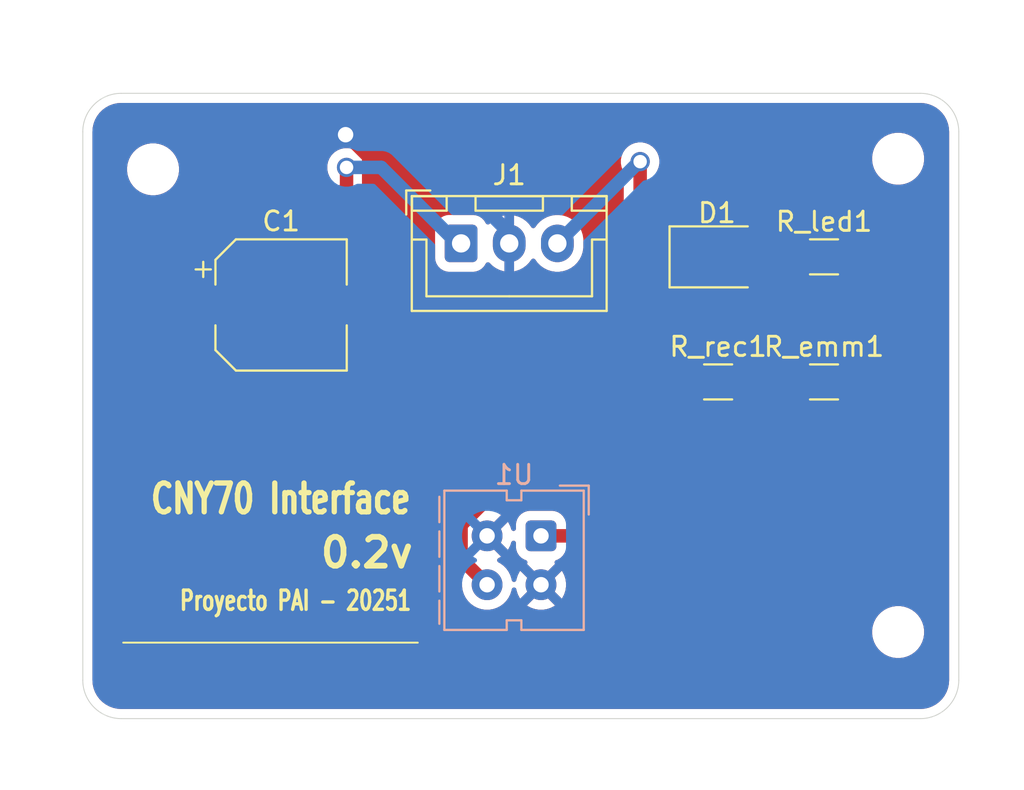
<source format=kicad_pcb>
(kicad_pcb (version 20241229) (generator "pcbnew") (generator_version "9.0")
  (layers (0 "F.Cu" signal) (2 "B.Cu" signal) (13 "F.Paste" user) (15 "B.Paste" user) (5 "F.SilkS" user "F.Silkscreen") (7 "B.SilkS" user "B.Silkscreen") (1 "F.Mask" user) (3 "B.Mask" user) (25 "Edge.Cuts" user))
  (net 0 "")
  (net 1 "GND")
  (net 2 "Net-(D1-A)")
  (net 3 "/AN1")
  (net 4 "Net-(U1-A)")
  (net 5 "VCC_1")
  (footprint "MountingHole:MountingHole_2.2mm_M2" (layer "F.Cu") (at 155.35 48.9)
    (property "Reference" "REF**" (hide yes))
    (property "Value" "MountingHole_2.2mm_M2" (hide yes))
    (pad "" np_thru_hole circle (at 0 0) (size 2.2 2.2) (drill 2.2) (layers "*.Cu" "*.Mask"))
  )
  (footprint "LED_SMD:LED_1210_3225Metric_Pad1.42x2.65mm_HandSolder" (layer "F.Cu") (at 145.9375 54)
    (property "Reference" "D1" (at 0 -2.28 0) (layer "F.SilkS"))
    (property "Value" "LED")
    (fp_line (start -2.46 -1.585) (end -2.46 1.585) (stroke (width 0.12)) (layer "F.SilkS"))
    (fp_line (start -2.46 1.585) (end 1.6 1.585) (stroke (width 0.12)) (layer "F.SilkS"))
    (fp_line (start 1.6 -1.585) (end -2.46 -1.585) (stroke (width 0.12)) (layer "F.SilkS"))
    (pad "1" smd roundrect (at -1.4875 0) (size 1.425 2.65) (layers "F.Cu" "F.Mask" "F.Paste") (roundrect_rratio 0.175439) (net 1 "GND"))
    (pad "2" smd roundrect (at 1.4875 0) (size 1.425 2.65) (layers "F.Cu" "F.Mask" "F.Paste") (roundrect_rratio 0.175439) (net 2 "Net-(D1-A)"))
  )
  (footprint "Resistor_SMD:R_1206_3216Metric" (layer "F.Cu") (at 151.5 60.5)
    (property "Reference" "R_emm1" (at 0 -1.83 0) (layer "F.SilkS"))
    (property "Value" "5.4k")
    (fp_line (start -0.727064 -0.91) (end 0.727064 -0.91) (stroke (width 0.12)) (layer "F.SilkS"))
    (fp_line (start -0.727064 0.91) (end 0.727064 0.91) (stroke (width 0.12)) (layer "F.SilkS"))
    (pad "1" smd roundrect (at -1.4625 0) (size 1.125 1.75) (layers "F.Cu" "F.Mask" "F.Paste") (roundrect_rratio 0.222222) (net 5 "VCC_1"))
    (pad "2" smd roundrect (at 1.4625 0) (size 1.125 1.75) (layers "F.Cu" "F.Mask" "F.Paste") (roundrect_rratio 0.222222) (net 4 "Net-(U1-A)"))
  )
  (footprint "Capacitor_SMD:CP_Elec_6.3x4.9" (layer "F.Cu") (at 123.3 56.5)
    (property "Reference" "C1" (at 0 -4.35 0) (layer "F.SilkS"))
    (property "Value" "100n")
    (fp_line (start -4.4375 -1.8475) (end -3.65 -1.8475) (stroke (width 0.12)) (layer "F.SilkS"))
    (fp_line (start -4.04375 -2.24125) (end -4.04375 -1.45375) (stroke (width 0.12)) (layer "F.SilkS"))
    (fp_line (start -3.41 -2.345563) (end -3.41 -1.06) (stroke (width 0.12)) (layer "F.SilkS"))
    (fp_line (start -3.41 -2.345563) (end -2.345563 -3.41) (stroke (width 0.12)) (layer "F.SilkS"))
    (fp_line (start -3.41 2.345563) (end -3.41 1.06) (stroke (width 0.12)) (layer "F.SilkS"))
    (fp_line (start -3.41 2.345563) (end -2.345563 3.41) (stroke (width 0.12)) (layer "F.SilkS"))
    (fp_line (start -2.345563 -3.41) (end 3.41 -3.41) (stroke (width 0.12)) (layer "F.SilkS"))
    (fp_line (start -2.345563 3.41) (end 3.41 3.41) (stroke (width 0.12)) (layer "F.SilkS"))
    (fp_line (start 3.41 -3.41) (end 3.41 -1.06) (stroke (width 0.12)) (layer "F.SilkS"))
    (fp_line (start 3.41 3.41) (end 3.41 1.06) (stroke (width 0.12)) (layer "F.SilkS"))
    (pad "1" smd roundrect (at -2.8 0) (size 3.5 1.6) (layers "F.Cu" "F.Mask" "F.Paste") (roundrect_rratio 0.15625) (net 5 "VCC_1"))
    (pad "2" smd roundrect (at 2.8 0) (size 3.5 1.6) (layers "F.Cu" "F.Mask" "F.Paste") (roundrect_rratio 0.15625) (net 1 "GND"))
  )
  (footprint "MountingHole:MountingHole_2.2mm_M2" (layer "F.Cu") (at 155.35 73.5)
    (property "Reference" "REF**" (hide yes))
    (property "Value" "MountingHole_2.2mm_M2" (hide yes))
    (pad "" np_thru_hole circle (at 0 0) (size 2.2 2.2) (drill 2.2) (layers "*.Cu" "*.Mask"))
  )
  (footprint "Resistor_SMD:R_1206_3216Metric" (layer "F.Cu") (at 151.5 54)
    (property "Reference" "R_led1" (at 0 -1.83 0) (layer "F.SilkS"))
    (property "Value" "220")
    (fp_line (start -0.727064 -0.91) (end 0.727064 -0.91) (stroke (width 0.12)) (layer "F.SilkS"))
    (fp_line (start -0.727064 0.91) (end 0.727064 0.91) (stroke (width 0.12)) (layer "F.SilkS"))
    (pad "1" smd roundrect (at -1.4625 0) (size 1.125 1.75) (layers "F.Cu" "F.Mask" "F.Paste") (roundrect_rratio 0.222222) (net 5 "VCC_1"))
    (pad "2" smd roundrect (at 1.4625 0) (size 1.125 1.75) (layers "F.Cu" "F.Mask" "F.Paste") (roundrect_rratio 0.222222) (net 2 "Net-(D1-A)"))
  )
  (footprint "MountingHole:MountingHole_2.2mm_M2" (layer "F.Cu") (at 116.65 49.45)
    (property "Reference" "REF**" (hide yes))
    (property "Value" "MountingHole_2.2mm_M2" (hide yes))
    (pad "" np_thru_hole circle (at 0 0) (size 2.2 2.2) (drill 2.2) (layers "*.Cu" "*.Mask"))
  )
  (footprint "Connector_JST:JST_XH_B3B-XH-A_1x03_P2.50mm_Vertical" (layer "F.Cu") (at 132.65 53.3)
    (property "Reference" "J1" (at 2.5 -3.55 0) (layer "F.SilkS"))
    (property "Value" "JST XH 3P")
    (fp_line (start -2.85 -2.75) (end -2.85 -1.5) (stroke (width 0.12)) (layer "F.SilkS"))
    (fp_line (start -2.56 -2.46) (end -2.56 3.51) (stroke (width 0.12)) (layer "F.SilkS"))
    (fp_line (start -2.56 3.51) (end 7.56 3.51) (stroke (width 0.12)) (layer "F.SilkS"))
    (fp_line (start -2.55 -2.45) (end -2.55 -1.7) (stroke (width 0.12)) (layer "F.SilkS"))
    (fp_line (start -2.55 -1.7) (end -0.75 -1.7) (stroke (width 0.12)) (layer "F.SilkS"))
    (fp_line (start -2.55 -0.2) (end -1.8 -0.2) (stroke (width 0.12)) (layer "F.SilkS"))
    (fp_line (start -1.8 -0.2) (end -1.8 2.75) (stroke (width 0.12)) (layer "F.SilkS"))
    (fp_line (start -1.8 2.75) (end 2.5 2.75) (stroke (width 0.12)) (layer "F.SilkS"))
    (fp_line (start -1.6 -2.75) (end -2.85 -2.75) (stroke (width 0.12)) (layer "F.SilkS"))
    (fp_line (start -0.75 -2.45) (end -2.55 -2.45) (stroke (width 0.12)) (layer "F.SilkS"))
    (fp_line (start -0.75 -1.7) (end -0.75 -2.45) (stroke (width 0.12)) (layer "F.SilkS"))
    (fp_line (start 0.75 -2.45) (end 0.75 -1.7) (stroke (width 0.12)) (layer "F.SilkS"))
    (fp_line (start 0.75 -1.7) (end 4.25 -1.7) (stroke (width 0.12)) (layer "F.SilkS"))
    (fp_line (start 4.25 -2.45) (end 0.75 -2.45) (stroke (width 0.12)) (layer "F.SilkS"))
    (fp_line (start 4.25 -1.7) (end 4.25 -2.45) (stroke (width 0.12)) (layer "F.SilkS"))
    (fp_line (start 5.75 -2.45) (end 5.75 -1.7) (stroke (width 0.12)) (layer "F.SilkS"))
    (fp_line (start 5.75 -1.7) (end 7.55 -1.7) (stroke (width 0.12)) (layer "F.SilkS"))
    (fp_line (start 6.8 -0.2) (end 6.8 2.75) (stroke (width 0.12)) (layer "F.SilkS"))
    (fp_line (start 6.8 2.75) (end 2.5 2.75) (stroke (width 0.12)) (layer "F.SilkS"))
    (fp_line (start 7.55 -2.45) (end 5.75 -2.45) (stroke (width 0.12)) (layer "F.SilkS"))
    (fp_line (start 7.55 -1.7) (end 7.55 -2.45) (stroke (width 0.12)) (layer "F.SilkS"))
    (fp_line (start 7.55 -0.2) (end 6.8 -0.2) (stroke (width 0.12)) (layer "F.SilkS"))
    (fp_line (start 7.56 -2.46) (end -2.56 -2.46) (stroke (width 0.12)) (layer "F.SilkS"))
    (fp_line (start 7.56 3.51) (end 7.56 -2.46) (stroke (width 0.12)) (layer "F.SilkS"))
    (pad "1" thru_hole roundrect (at 0 0) (size 1.7 1.95) (drill 0.95) (layers "*.Cu" "*.Mask") (roundrect_rratio 0.147059) (net 5 "VCC_1"))
    (pad "2" thru_hole oval (at 2.5 0) (size 1.7 1.95) (drill 0.95) (layers "*.Cu" "*.Mask") (net 1 "GND"))
    (pad "3" thru_hole oval (at 5 0) (size 1.7 1.95) (drill 0.95) (layers "*.Cu" "*.Mask") (net 3 "/AN1"))
  )
  (footprint "Resistor_SMD:R_1206_3216Metric" (layer "F.Cu") (at 146 60.5)
    (property "Reference" "R_rec1" (at 0 -1.83 0) (layer "F.SilkS"))
    (property "Value" "220")
    (fp_line (start -0.727064 -0.91) (end 0.727064 -0.91) (stroke (width 0.12)) (layer "F.SilkS"))
    (fp_line (start -0.727064 0.91) (end 0.727064 0.91) (stroke (width 0.12)) (layer "F.SilkS"))
    (pad "1" smd roundrect (at -1.4625 0) (size 1.125 1.75) (layers "F.Cu" "F.Mask" "F.Paste") (roundrect_rratio 0.222222) (net 5 "VCC_1"))
    (pad "2" smd roundrect (at 1.4625 0) (size 1.125 1.75) (layers "F.Cu" "F.Mask" "F.Paste") (roundrect_rratio 0.222222) (net 3 "/AN1"))
  )
  (footprint "OptoDevice:Vishay_CNY70" (layer "B.Cu") (at 136.8 68.5 180)
    (property "Reference" "U1" (at 1.4 3.17 0) (layer "B.SilkS") (effects (justify mirror)))
    (property "Value" "CNY70")
    (fp_line (start 5.28 2.03) (end 5.28 -4.57) (stroke (width 0.12) (type dash)) (layer "B.SilkS"))
    (fp_line (start 5.02 -4.89) (end 5.02 2.35) (stroke (width 0.12)) (layer "B.SilkS"))
    (fp_line (start 1.78 2.35) (end 5.02 2.35) (stroke (width 0.12)) (layer "B.SilkS"))
    (fp_line (start 1.78 1.85) (end 1.78 2.35) (stroke (width 0.12)) (layer "B.SilkS"))
    (fp_line (start 1.78 -4.39) (end 1.02 -4.39) (stroke (width 0.12)) (layer "B.SilkS"))
    (fp_line (start 1.78 -4.89) (end 5.02 -4.89) (stroke (width 0.12)) (layer "B.SilkS"))
    (fp_line (start 1.78 -4.89) (end 1.78 -4.39) (stroke (width 0.12)) (layer "B.SilkS"))
    (fp_line (start 1.02 2.35) (end 1.02 1.85) (stroke (width 0.12)) (layer "B.SilkS"))
    (fp_line (start 1.02 2.35) (end -2.22 2.35) (stroke (width 0.12)) (layer "B.SilkS"))
    (fp_line (start 1.02 1.85) (end 1.78 1.85) (stroke (width 0.12)) (layer "B.SilkS"))
    (fp_line (start 1.02 -4.39) (end 1.02 -4.89) (stroke (width 0.12)) (layer "B.SilkS"))
    (fp_line (start 1.02 -4.89) (end -2.22 -4.89) (stroke (width 0.12)) (layer "B.SilkS"))
    (fp_line (start -2.22 2.35) (end -2.22 -4.89) (stroke (width 0.12)) (layer "B.SilkS"))
    (fp_line (start -2.48 2.61) (end -0.98 2.61) (stroke (width 0.12)) (layer "B.SilkS"))
    (fp_line (start -2.48 2.61) (end -2.48 1.11) (stroke (width 0.12)) (layer "B.SilkS"))
    (pad "1" thru_hole roundrect (at 0 0 180) (size 1.6 1.6) (drill 0.8) (layers "*.Cu" "*.Mask") (roundrect_rratio 0.156) (net 4 "Net-(U1-A)"))
    (pad "2" thru_hole circle (at 0 -2.54 180) (size 1.6 1.6) (drill 0.8) (layers "*.Cu" "*.Mask") (net 1 "GND"))
    (pad "3" thru_hole circle (at 2.8 -2.54 180) (size 1.6 1.6) (drill 0.8) (layers "*.Cu" "*.Mask") (net 3 "/AN1"))
    (pad "4" thru_hole circle (at 2.8 0 180) (size 1.6 1.6) (drill 0.8) (layers "*.Cu" "*.Mask") (net 1 "GND"))
  )
  (gr_line (start 115.1 74.05) (end 130.4 74.05) (stroke (width 0.1)) (layer "F.SilkS"))
  (gr_arc (start 158.5 76) (mid 157.914214 77.414214) (end 156.5 78) (stroke (width 0.05)) (layer "Edge.Cuts"))
  (gr_arc (start 156.5 45.5) (mid 157.914214 46.085786) (end 158.5 47.5) (stroke (width 0.05)) (layer "Edge.Cuts"))
  (gr_arc (start 113 47.5) (mid 113.585786 46.085786) (end 115 45.5) (stroke (width 0.05)) (layer "Edge.Cuts"))
  (gr_line (start 115 45.5) (end 156.5 45.5) (stroke (width 0.05)) (layer "Edge.Cuts"))
  (gr_arc (start 115 78) (mid 113.585786 77.414214) (end 113 76) (stroke (width 0.05)) (layer "Edge.Cuts"))
  (gr_line (start 113 76) (end 113 47.5) (stroke (width 0.05)) (layer "Edge.Cuts"))
  (gr_line (start 156.5 78) (end 115 78) (stroke (width 0.05)) (layer "Edge.Cuts"))
  (gr_line (start 158.5 47.5) (end 158.5 76) (stroke (width 0.05)) (layer "Edge.Cuts"))
  (gr_text "Proyecto PAI - 20251" (at 117.95 72.45 0) (layer "F.SilkS") (effects (font (size 1 0.7) (thickness 0.175) (bold yes)) (justify left bottom)))
  (gr_text "0.2v\n" (at 125.2 70.25 0) (layer "F.SilkS") (effects (font (size 1.5 1.5) (thickness 0.3) (bold yes)) (justify left bottom)))
  (gr_text "CNY70 Interface" (at 116.4 67.45 0) (layer "F.SilkS") (effects (font (size 1.5 1.1) (thickness 0.275) (bold yes)) (justify left bottom)))
  (segment (start 126.7 47.65) (end 127.85 48.8) (width 0.7) (layer "F.Cu") (net 1))
  (segment (start 127.85 54.95) (end 127.55 54.95) (width 0.7) (layer "F.Cu") (net 1))
  (segment (start 127.55 54.95) (end 126 56.5) (width 0.7) (layer "F.Cu") (net 1))
  (segment (start 127.85 48.8) (end 127.85 54.95) (width 0.7) (layer "F.Cu") (net 1))
  (segment (start 126.65 47.65) (end 126.7 47.65) (width 0.7) (layer "F.Cu") (net 1))
  (via (at 126.65 47.65) (size 1) (drill 0.8) (layers "F.Cu" "B.Cu") (net 1))
  (segment (start 135.15 52.75) (end 130.05 47.65) (width 0.7) (layer "B.Cu") (net 1))
  (segment (start 135.15 53.3) (end 135.15 52.75) (width 0.7) (layer "B.Cu") (net 1))
  (segment (start 130.05 47.65) (end 126.65 47.65) (width 0.7) (layer "B.Cu") (net 1))
  (segment (start 152.3 51.7) (end 152.9625 52.3625) (width 0.7) (layer "F.Cu") (net 2))
  (segment (start 152.9625 52.3625) (end 152.9625 54) (width 0.7) (layer "F.Cu") (net 2))
  (segment (start 149.175 51.7) (end 152.3 51.7) (width 0.7) (layer "F.Cu") (net 2))
  (segment (start 146.875 54) (end 149.175 51.7) (width 0.7) (layer "F.Cu") (net 2))
  (segment (start 135.725103 64.864294) (end 132.649 67.940397) (width 0.7) (layer "F.Cu") (net 3))
  (segment (start 147.4625 60.5) (end 143.098206 64.864294) (width 0.7) (layer "F.Cu") (net 3))
  (segment (start 141.95 54.9875) (end 147.4625 60.5) (width 0.7) (layer "F.Cu") (net 3))
  (segment (start 141.95 49.05) (end 141.95 54.9875) (width 0.7) (layer "F.Cu") (net 3))
  (segment (start 132.649 67.940397) (end 132.649 69.689) (width 0.7) (layer "F.Cu") (net 3))
  (segment (start 143.098206 64.864294) (end 135.725103 64.864294) (width 0.7) (layer "F.Cu") (net 3))
  (segment (start 132.649 69.689) (end 134 71.04) (width 0.7) (layer "F.Cu") (net 3))
  (via (at 141.95 49.05) (size 1) (drill 0.7) (layers "F.Cu" "B.Cu") (net 3))
  (segment (start 137.65 53.3) (end 141.9 49.05) (width 0.7) (layer "B.Cu") (net 3))
  (segment (start 141.9 49.05) (end 141.95 49.05) (width 0.7) (layer "B.Cu") (net 3))
  (segment (start 149.7 68.5) (end 152.9625 65.2375) (width 0.7) (layer "F.Cu") (net 4))
  (segment (start 152.9625 65.2375) (end 152.9625 60.5) (width 0.7) (layer "F.Cu") (net 4))
  (segment (start 136.8 68.5) (end 149.7 68.5) (width 0.7) (layer "F.Cu") (net 4))
  (segment (start 126.7 49.35) (end 126.7 50.4) (width 0.7) (layer "F.Cu") (net 5))
  (segment (start 124.6 60.5) (end 120.6 56.5) (width 0.7) (layer "F.Cu") (net 5))
  (segment (start 126.7 50.4) (end 120.6 56.5) (width 0.7) (layer "F.Cu") (net 5))
  (segment (start 150.0375 54) (end 150.0375 60.5) (width 0.7) (layer "F.Cu") (net 5))
  (segment (start 144.5375 60.5) (end 124.6 60.5) (width 0.7) (layer "F.Cu") (net 5))
  (via (at 126.7 49.35) (size 1) (drill 0.7) (layers "F.Cu" "B.Cu") (net 5))
  (segment (start 128.5 49.35) (end 126.7 49.35) (width 0.7) (layer "B.Cu") (net 5))
  (segment (start 132.45 53.3) (end 128.5 49.35) (width 0.7) (layer "B.Cu") (net 5))
  (segment (start 132.65 53.3) (end 132.45 53.3) (width 0.7) (layer "B.Cu") (net 5))
  (zone (net 1) (net_name "GND") (layers "F.Cu" "B.Cu") (connect_pads (clearance 0.5)) (min_thickness 0.25) (fill yes (thermal_gap 0.5) (thermal_bridge_width 0.5))
    (polygon (pts (xy 161.7 40.65) (xy 161.9 81.6) (xy 109.3 81.7) (xy 108.7 41.7)))
  )
)
</source>
